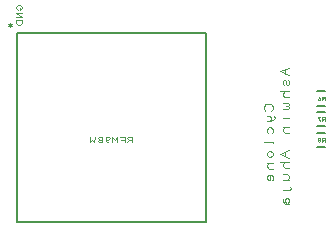
<source format=gbr>
%FSLAX35Y35*%
%MOIN*%
G04 EasyPC Gerber Version 18.0.8 Build 3632 *
%ADD10C,0.00100*%
%ADD13C,0.00128*%
%ADD11C,0.00500*%
%ADD12C,0.00600*%
X0Y0D02*
D02*
D10*
X29512Y82085D02*
Y80835D01*
X30137Y81772D02*
X28887Y81148D01*
Y81772D02*
X30137Y81148D01*
X32725Y87107D02*
Y86638D01*
X32881*
X33194Y86794*
X33350Y86950*
X33506Y87263*
Y87575*
X33350Y87888*
X33194Y88044*
X32881Y88200*
X32256*
X31944Y88044*
X31788Y87888*
X31631Y87575*
Y87263*
X31788Y86950*
X31944Y86794*
X32256Y86638*
X33506Y85700D02*
X31631D01*
X33506Y84138*
X31631*
X33506Y83200D02*
X31631D01*
Y82263*
X31788Y81950*
X31944Y81794*
X32256Y81638*
X32881*
X33194Y81794*
X33350Y81950*
X33506Y82263*
Y83200*
X70197Y42442D02*
Y44317D01*
X69104*
X68791Y44160*
X68635Y43848*
X68791Y43535*
X69104Y43379*
X70197*
X69104D02*
X68635Y42442D01*
X67697D02*
Y44317D01*
X66135*
X66447Y43379D02*
X67697D01*
X65197Y42442D02*
Y44317D01*
X64416Y43379*
X63635Y44317*
Y42442*
X62228D02*
X61916Y42598D01*
X61604Y42910*
X61447Y43379*
Y43848*
X61604Y44160*
X61916Y44317*
X62228*
X62541Y44160*
X62697Y43848*
X62541Y43535*
X62228Y43379*
X61916*
X61604Y43535*
X61447Y43848*
X59728Y43379D02*
X59416D01*
X59104Y43535*
X58947Y43848*
X59104Y44160*
X59416Y44317*
X59728*
X60041Y44160*
X60197Y43848*
X60041Y43535*
X59728Y43379*
X60041Y43223*
X60197Y42910*
X60041Y42598*
X59728Y42442*
X59416*
X59104Y42598*
X58947Y42910*
X59104Y43223*
X59416Y43379*
X57697Y44317D02*
X57541Y42442D01*
X56916Y43379*
X56291Y42442*
X56135Y44317*
X116601Y52880D02*
X116847Y53126D01*
X117093Y53618*
Y54356*
X116847Y54848*
X116601Y55094*
X116109Y55341*
X115124*
X114632Y55094*
X114386Y54848*
X114140Y54356*
Y53618*
X114386Y53126*
X114632Y52880*
X115124Y51404D02*
X116109Y51157D01*
X116601Y50665*
Y50173*
X116109Y49681*
X115124Y49435*
X116109Y49681D02*
X117093Y49927D01*
X117585Y50173*
X117831Y50665*
X117585Y51157*
X115370Y45498D02*
X115124Y45990D01*
Y46728*
X115370Y47220*
X115863Y47467*
X116355*
X116847Y47220*
X117093Y46728*
Y45990*
X116847Y45498*
X117093Y42299D02*
Y42545D01*
X114140*
X116355Y39593D02*
X116847Y39346D01*
X117093Y38854*
Y38362*
X116847Y37870*
X116355Y37624*
X115863*
X115370Y37870*
X115124Y38362*
Y38854*
X115370Y39346*
X115863Y39593*
X116355*
X117093Y35656D02*
X115124D01*
X115863D02*
X115370Y35409D01*
X115124Y34917*
Y34425*
X115370Y33933*
X115863Y33687*
X117093*
X116847Y29750D02*
X117093Y29996D01*
Y30488*
Y30980*
X116847Y31472*
X116355Y31719*
X115617*
X115370Y31472*
X115124Y30980*
Y30488*
X115370Y29996*
X115617Y29750*
X115863*
X116109Y29996*
X116355Y30488*
Y30980*
X116109Y31472*
X115863Y31719*
X122459Y67322D02*
X119507Y66091D01*
X122459Y64861*
X121229Y66830D02*
Y65353D01*
X122213Y63385D02*
X122459Y62893D01*
Y61908*
X122213Y61416*
X121721*
X121475Y61908*
Y62893*
X121229Y63385*
X120737*
X120491Y62893*
Y61908*
X120737Y61416*
X122459Y59448D02*
X119507D01*
X121229D02*
X120737Y59202D01*
X120491Y58709*
Y58217*
X120737Y57725*
X121229Y57479*
X122459*
X120491Y55511D02*
X122213D01*
X122459Y55265*
Y54772*
X122213Y54526*
X121475*
X122213D02*
X122459Y54280D01*
Y53788*
X122213Y53542*
X120491*
X122459Y50589D02*
X120491D01*
X119753D02*
X122459Y47637*
X120491D01*
X121229D02*
X120737Y47391D01*
X120491Y46898*
Y46406*
X120737Y45914*
X121229Y45668*
X122459*
Y39763D02*
X119507Y38532D01*
X122459Y37302*
X121229Y39270D02*
Y37794D01*
X122459Y35826D02*
X119507D01*
X121229D02*
X120737Y35580D01*
X120491Y35087*
Y34595*
X120737Y34103*
X121229Y33857*
X122459*
X120491Y31889D02*
X121721D01*
X122213Y31643*
X122459Y31150*
Y30658*
X122213Y30166*
X121721Y29920*
X120491D02*
X122459D01*
X122952Y27706D02*
X123198Y27213D01*
X122952Y26721*
X122459Y26475*
X120491*
X119753D02*
X120737Y24015*
X120491Y23522D01*
Y22784*
X120737Y22292*
X121229Y22046*
X121967*
X122213Y22292*
X122459Y22784*
Y23276*
X122213Y23769*
X121967Y24015*
X121721*
X121475Y23769*
X121229Y23276*
Y22784*
X121475Y22292*
X121721Y22046*
X121967D02*
X122459D01*
D02*
D11*
X94709Y78973D02*
Y15981D01*
X31717*
Y78973*
X94709*
D02*
D12*
X134363Y40872D02*
X132001D01*
X134363Y45597D02*
X132001D01*
X134363Y47861D02*
X132001D01*
X134363Y52586D02*
X132001D01*
X134363Y54726D02*
X132001D01*
X134363Y59450D02*
X132001D01*
D02*
D13*
X134555Y42661D02*
Y43861D01*
X133855*
X133655Y43761*
X133555Y43561*
X133655Y43361*
X133855Y43261*
X134555*
X133855D02*
X133555Y42661D01*
X132655Y43261D02*
X132455D01*
X132255Y43361*
X132155Y43561*
X132255Y43761*
X132455Y43861*
X132655*
X132855Y43761*
X132955Y43561*
X132855Y43361*
X132655Y43261*
X132855Y43161*
X132955Y42961*
X132855Y42761*
X132655Y42661*
X132455*
X132255Y42761*
X132155Y42961*
X132255Y43161*
X132455Y43261*
X134555Y49650D02*
Y50850D01*
X133855*
X133655Y50750*
X133555Y50550*
X133655Y50350*
X133855Y50250*
X134555*
X133855D02*
X133555Y49650D01*
X132955D02*
X132155Y50850D01*
X132955*
X134555Y56514D02*
Y57714D01*
X133855*
X133655Y57614*
X133555Y57414*
X133655Y57214*
X133855Y57114*
X134555*
X133855D02*
X133555Y56514D01*
X132955Y56814D02*
X132855Y57014D01*
X132655Y57114*
X132455*
X132255Y57014*
X132155Y56814*
X132255Y56614*
X132455Y56514*
X132655*
X132855Y56614*
X132955Y56814*
Y57114*
X132855Y57414*
X132655Y57614*
X132455Y57714*
X0Y0D02*
M02*

</source>
